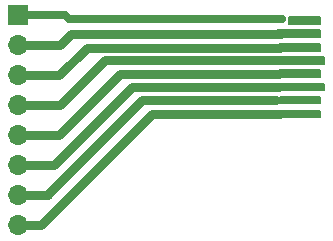
<source format=gbr>
%TF.GenerationSoftware,KiCad,Pcbnew,(7.0.0-0)*%
%TF.CreationDate,2023-03-26T17:43:22+02:00*%
%TF.ProjectId,microsdcard_sub,6d696372-6f73-4646-9361-72645f737562,rev?*%
%TF.SameCoordinates,Original*%
%TF.FileFunction,Copper,L1,Top*%
%TF.FilePolarity,Positive*%
%FSLAX46Y46*%
G04 Gerber Fmt 4.6, Leading zero omitted, Abs format (unit mm)*
G04 Created by KiCad (PCBNEW (7.0.0-0)) date 2023-03-26 17:43:22*
%MOMM*%
%LPD*%
G01*
G04 APERTURE LIST*
%TA.AperFunction,NonConductor*%
%ADD10C,0.200000*%
%TD*%
%TA.AperFunction,ComponentPad*%
%ADD11R,1.700000X1.700000*%
%TD*%
%TA.AperFunction,ComponentPad*%
%ADD12O,1.700000X1.700000*%
%TD*%
%TA.AperFunction,Conductor*%
%ADD13C,0.750000*%
%TD*%
%TA.AperFunction,Conductor*%
%ADD14C,0.650000*%
%TD*%
G04 APERTURE END LIST*
D10*
X101276600Y-60528200D02*
X103850000Y-60528200D01*
X103850000Y-60528200D02*
X103850000Y-61073800D01*
X103850000Y-61073800D02*
X101276600Y-61073800D01*
X101276600Y-61073800D02*
X101276600Y-60528200D01*
G36*
X101276600Y-60528200D02*
G01*
X103850000Y-60528200D01*
X103850000Y-61073800D01*
X101276600Y-61073800D01*
X101276600Y-60528200D01*
G37*
X100438000Y-67275800D02*
X103875000Y-67275800D01*
X103875000Y-67275800D02*
X103875000Y-67823400D01*
X103875000Y-67823400D02*
X100438000Y-67823400D01*
X100438000Y-67823400D02*
X100438000Y-67275800D01*
G36*
X100438000Y-67275800D02*
G01*
X103875000Y-67275800D01*
X103875000Y-67823400D01*
X100438000Y-67823400D01*
X100438000Y-67275800D01*
G37*
X100438000Y-68451600D02*
X103875000Y-68451600D01*
X103875000Y-68451600D02*
X103875000Y-68999200D01*
X103875000Y-68999200D02*
X100438000Y-68999200D01*
X100438000Y-68999200D02*
X100438000Y-68451600D01*
G36*
X100438000Y-68451600D02*
G01*
X103875000Y-68451600D01*
X103875000Y-68999200D01*
X100438000Y-68999200D01*
X100438000Y-68451600D01*
G37*
X100184000Y-61625800D02*
X103875000Y-61625800D01*
X103875000Y-61625800D02*
X103875000Y-62173400D01*
X103875000Y-62173400D02*
X100184000Y-62173400D01*
X100184000Y-62173400D02*
X100184000Y-61625800D01*
G36*
X100184000Y-61625800D02*
G01*
X103875000Y-61625800D01*
X103875000Y-62173400D01*
X100184000Y-62173400D01*
X100184000Y-61625800D01*
G37*
X100387200Y-62776200D02*
X103875000Y-62776200D01*
X103875000Y-62776200D02*
X103875000Y-63349200D01*
X103875000Y-63349200D02*
X100387200Y-63349200D01*
X100387200Y-63349200D02*
X100387200Y-62776200D01*
G36*
X100387200Y-62776200D02*
G01*
X103875000Y-62776200D01*
X103875000Y-63349200D01*
X100387200Y-63349200D01*
X100387200Y-62776200D01*
G37*
X100413000Y-66151200D02*
X104200000Y-66151200D01*
X104200000Y-66151200D02*
X104200000Y-66698800D01*
X104200000Y-66698800D02*
X100413000Y-66698800D01*
X100413000Y-66698800D02*
X100413000Y-66151200D01*
G36*
X100413000Y-66151200D02*
G01*
X104200000Y-66151200D01*
X104200000Y-66698800D01*
X100413000Y-66698800D01*
X100413000Y-66151200D01*
G37*
X100387200Y-63901200D02*
X104225000Y-63901200D01*
X104225000Y-63901200D02*
X104225000Y-64474200D01*
X104225000Y-64474200D02*
X100387200Y-64474200D01*
X100387200Y-64474200D02*
X100387200Y-63901200D01*
G36*
X100387200Y-63901200D02*
G01*
X104225000Y-63901200D01*
X104225000Y-64474200D01*
X100387200Y-64474200D01*
X100387200Y-63901200D01*
G37*
X100387200Y-65026200D02*
X103875000Y-65026200D01*
X103875000Y-65026200D02*
X103875000Y-65573800D01*
X103875000Y-65573800D02*
X100387200Y-65573800D01*
X100387200Y-65573800D02*
X100387200Y-65026200D01*
G36*
X100387200Y-65026200D02*
G01*
X103875000Y-65026200D01*
X103875000Y-65573800D01*
X100387200Y-65573800D01*
X100387200Y-65026200D01*
G37*
D11*
%TO.P,REF\u002A\u002A,1*%
%TO.N,N/C*%
X78291599Y-60350399D03*
D12*
%TO.P,REF\u002A\u002A,2*%
X78291599Y-62890399D03*
%TO.P,REF\u002A\u002A,3*%
X78291599Y-65430399D03*
%TO.P,REF\u002A\u002A,4*%
X78291599Y-67970399D03*
%TO.P,REF\u002A\u002A,5*%
X78291599Y-70510399D03*
%TO.P,REF\u002A\u002A,6*%
X78291599Y-73050399D03*
%TO.P,REF\u002A\u002A,7*%
X78291599Y-75590399D03*
%TO.P,REF\u002A\u002A,8*%
X78291599Y-78130399D03*
%TD*%
D13*
%TO.N,*%
X78291600Y-65430400D02*
X81788000Y-65430400D01*
X81330800Y-73050400D02*
X87934800Y-66446400D01*
X85699600Y-64160400D02*
X100431600Y-64160400D01*
X77986800Y-75590400D02*
X80822800Y-75590400D01*
X89611200Y-68732400D02*
X100482400Y-68732400D01*
X80721200Y-77622400D02*
X89611200Y-68732400D01*
D14*
X78291600Y-60350400D02*
X78621600Y-60680400D01*
D13*
X78291600Y-67970400D02*
X81889600Y-67970400D01*
X86969600Y-65328800D02*
X100431600Y-65328800D01*
X81838800Y-62890400D02*
X82804000Y-61925200D01*
X84124800Y-63093600D02*
X100482400Y-63093600D01*
X87934800Y-66446400D02*
X100431600Y-66446400D01*
X78291600Y-73050400D02*
X81330800Y-73050400D01*
X81788000Y-65430400D02*
X84124800Y-63093600D01*
X78291600Y-62890400D02*
X81838800Y-62890400D01*
X81788000Y-70510400D02*
X86969600Y-65328800D01*
X78291600Y-70510400D02*
X81788000Y-70510400D01*
X80213200Y-78130400D02*
X80721200Y-77622400D01*
X88849200Y-67564000D02*
X100177600Y-67564000D01*
X81889600Y-67970400D02*
X85699600Y-64160400D01*
D14*
X78291600Y-60350400D02*
X82245200Y-60350400D01*
D13*
X80772000Y-75590400D02*
X88798400Y-67564000D01*
X78291600Y-78130400D02*
X80213200Y-78130400D01*
D14*
X82600800Y-60706000D02*
X100482400Y-60706000D01*
D13*
X82804000Y-61925200D02*
X100525000Y-61925200D01*
D14*
X82245200Y-60350400D02*
X82600800Y-60706000D01*
X100482400Y-60706000D02*
X100651600Y-60706000D01*
%TD*%
M02*

</source>
